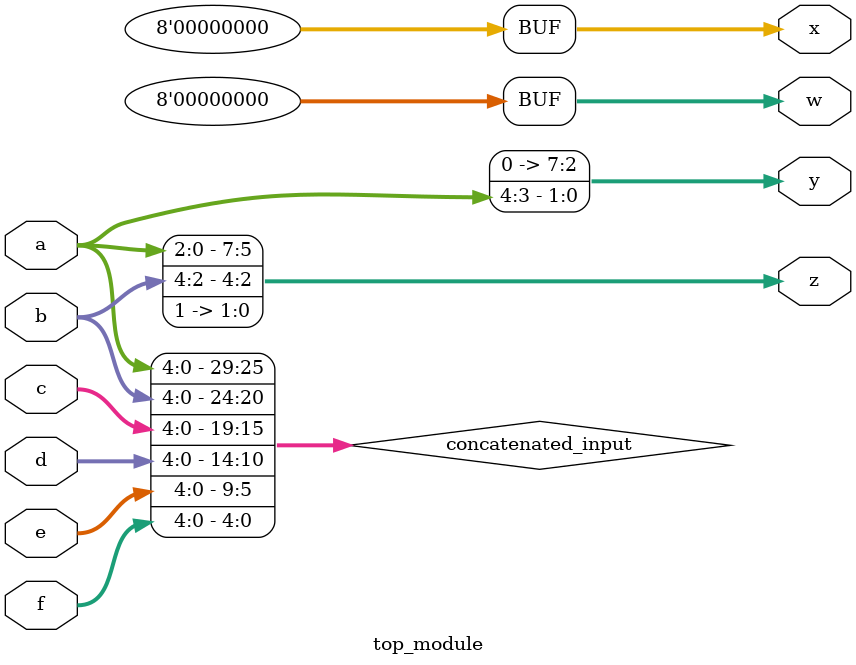
<source format=sv>
module top_module (
	input [4:0] a,
	input [4:0] b,
	input [4:0] c,
	input [4:0] d,
	input [4:0] e,
	input [4:0] f,
	output [7:0] w,
	output [7:0] x,
	output [7:0] y,
	output [7:0] z
);

	// Concatenate the input vectors
	wire [29:0] concatenated_input;
	assign concatenated_input = {a, b, c, d, e, f};

	// Create the output vectors by splitting the concatenated input vectors
	assign {w, x, y, z} = {concatenated_input[29:22], 2'b11};

endmodule

</source>
